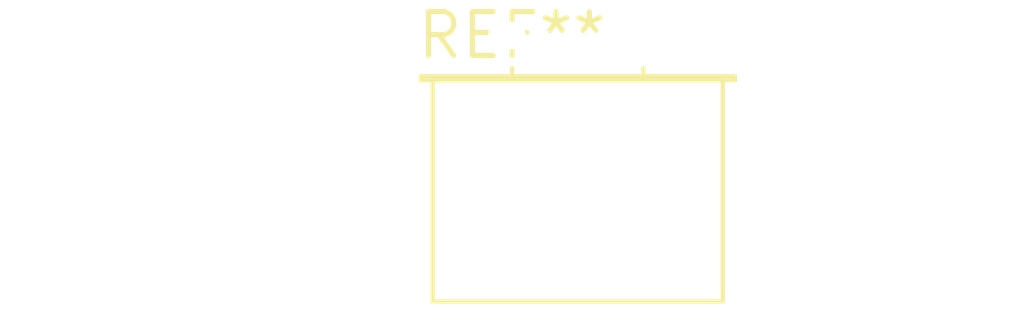
<source format=kicad_pcb>
(kicad_pcb (version 20240108) (generator pcbnew)
  (layers (0 "F.Cu" signal) (31 "B.Cu" signal) (34 "B.Paste" user) (35 "F.Paste" user) (36 "B.SilkS" user "B.Silkscreen") (37 "F.SilkS" user "F.Silkscreen") (38 "B.Mask" user) (39 "F.Mask" user) (44 "Edge.Cuts" user))
  (net 0 "")
  (footprint "Crystal_HC52-6mm_Horizontal" (layer "F.Cu") (at 0 0)
    (property "Reference" "REF**")
    (property "Value" "Crystal_HC52-6mm_Horizontal")
    (fp_line (start -2.65 1.18) (end 6.45 1.18) (layer "F.SilkS") (stroke (width 0.12)))
    (fp_line (start -2.65 1.3) (end -2.65 1.18) (layer "F.SilkS") (stroke (width 0.12)))
    (fp_line (start -2.3 1.3) (end -2.3 7.7) (layer "F.SilkS") (stroke (width 0.12)))
    (fp_line (start -2.3 7.7) (end 6.1 7.7) (layer "F.SilkS") (stroke (width 0.12)))
    (fp_line (start 0 0.95) (end 0 0.95) (layer "F.SilkS") (stroke (width 0.12)))
    (fp_line (start 0 1.3) (end 0 0.95) (layer "F.SilkS") (stroke (width 0.12)))
    (fp_line (start 3.8 0.95) (end 3.8 0.95) (layer "F.SilkS") (stroke (width 0.12)))
    (fp_line (start 3.8 1.3) (end 3.8 0.95) (layer "F.SilkS") (stroke (width 0.12)))
    (fp_line (start 6.1 1.3) (end -2.3 1.3) (layer "F.SilkS") (stroke (width 0.12)))
    (fp_line (start 6.1 7.7) (end 6.1 1.3) (layer "F.SilkS") (stroke (width 0.12)))
    (fp_line (start 6.45 1.18) (end 6.45 1.3) (layer "F.SilkS") (stroke (width 0.12)))
    (fp_line (start 6.45 1.3) (end -2.65 1.3) (layer "F.SilkS") (stroke (width 0.12)))
    (pad "1" thru_hole circle (at 0 0) (size 1.5 1.5) (drill 0.8) (layers *.Cu *.Mask) (remove_unused_layers))
    (pad "2" thru_hole circle (at 3.8 0) (size 1.5 1.5) (drill 0.8) (layers *.Cu *.Mask) (remove_unused_layers))
  )
)
</source>
